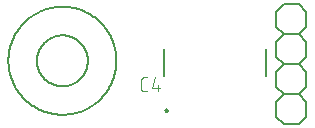
<source format=gbr>
G04 EAGLE Gerber RS-274X export*
G75*
%MOMM*%
%FSLAX34Y34*%
%LPD*%
%INSilkscreen Top*%
%IPPOS*%
%AMOC8*
5,1,8,0,0,1.08239X$1,22.5*%
G01*
%ADD10C,0.127000*%
%ADD11C,0.200000*%
%ADD12C,0.152400*%
%ADD13C,0.203200*%
%ADD14C,0.101600*%


D10*
X309950Y242300D02*
X309950Y265700D01*
X223450Y265700D02*
X223450Y242300D01*
D11*
X224700Y213500D02*
X224702Y213563D01*
X224708Y213625D01*
X224718Y213687D01*
X224731Y213749D01*
X224749Y213809D01*
X224770Y213868D01*
X224795Y213926D01*
X224824Y213982D01*
X224856Y214036D01*
X224891Y214088D01*
X224929Y214137D01*
X224971Y214185D01*
X225015Y214229D01*
X225063Y214271D01*
X225112Y214309D01*
X225164Y214344D01*
X225218Y214376D01*
X225274Y214405D01*
X225332Y214430D01*
X225391Y214451D01*
X225451Y214469D01*
X225513Y214482D01*
X225575Y214492D01*
X225637Y214498D01*
X225700Y214500D01*
X225763Y214498D01*
X225825Y214492D01*
X225887Y214482D01*
X225949Y214469D01*
X226009Y214451D01*
X226068Y214430D01*
X226126Y214405D01*
X226182Y214376D01*
X226236Y214344D01*
X226288Y214309D01*
X226337Y214271D01*
X226385Y214229D01*
X226429Y214185D01*
X226471Y214137D01*
X226509Y214088D01*
X226544Y214036D01*
X226576Y213982D01*
X226605Y213926D01*
X226630Y213868D01*
X226651Y213809D01*
X226669Y213749D01*
X226682Y213687D01*
X226692Y213625D01*
X226698Y213563D01*
X226700Y213500D01*
X226698Y213437D01*
X226692Y213375D01*
X226682Y213313D01*
X226669Y213251D01*
X226651Y213191D01*
X226630Y213132D01*
X226605Y213074D01*
X226576Y213018D01*
X226544Y212964D01*
X226509Y212912D01*
X226471Y212863D01*
X226429Y212815D01*
X226385Y212771D01*
X226337Y212729D01*
X226288Y212691D01*
X226236Y212656D01*
X226182Y212624D01*
X226126Y212595D01*
X226068Y212570D01*
X226009Y212549D01*
X225949Y212531D01*
X225887Y212518D01*
X225825Y212508D01*
X225763Y212502D01*
X225700Y212500D01*
X225637Y212502D01*
X225575Y212508D01*
X225513Y212518D01*
X225451Y212531D01*
X225391Y212549D01*
X225332Y212570D01*
X225274Y212595D01*
X225218Y212624D01*
X225164Y212656D01*
X225112Y212691D01*
X225063Y212729D01*
X225015Y212771D01*
X224971Y212815D01*
X224929Y212863D01*
X224891Y212912D01*
X224856Y212964D01*
X224824Y213018D01*
X224795Y213074D01*
X224770Y213132D01*
X224749Y213191D01*
X224731Y213251D01*
X224718Y213313D01*
X224708Y213375D01*
X224702Y213437D01*
X224700Y213500D01*
D12*
X337566Y252730D02*
X343916Y246380D01*
X343916Y233680D01*
X337566Y227330D01*
X324866Y227330D01*
X318516Y233680D01*
X318516Y246380D01*
X324866Y252730D01*
X343916Y284480D02*
X343916Y297180D01*
X343916Y284480D02*
X337566Y278130D01*
X324866Y278130D01*
X318516Y284480D01*
X337566Y278130D02*
X343916Y271780D01*
X343916Y259080D01*
X337566Y252730D01*
X324866Y252730D01*
X318516Y259080D01*
X318516Y271780D01*
X324866Y278130D01*
X324866Y303530D02*
X337566Y303530D01*
X343916Y297180D01*
X324866Y303530D02*
X318516Y297180D01*
X318516Y284480D01*
X343916Y220980D02*
X343916Y208280D01*
X337566Y201930D01*
X324866Y201930D01*
X318516Y208280D01*
X337566Y227330D02*
X343916Y220980D01*
X324866Y227330D02*
X318516Y220980D01*
X318516Y208280D01*
X91694Y255524D02*
X91708Y256646D01*
X91749Y257767D01*
X91818Y258887D01*
X91914Y260005D01*
X92038Y261121D01*
X92189Y262233D01*
X92367Y263340D01*
X92572Y264444D01*
X92805Y265541D01*
X93064Y266633D01*
X93350Y267718D01*
X93663Y268796D01*
X94002Y269866D01*
X94367Y270927D01*
X94758Y271978D01*
X95174Y273020D01*
X95616Y274052D01*
X96084Y275072D01*
X96576Y276080D01*
X97093Y277076D01*
X97634Y278059D01*
X98199Y279029D01*
X98787Y279984D01*
X99399Y280925D01*
X100034Y281850D01*
X100691Y282759D01*
X101371Y283652D01*
X102072Y284528D01*
X102794Y285387D01*
X103538Y286228D01*
X104301Y287050D01*
X105085Y287853D01*
X105888Y288637D01*
X106710Y289400D01*
X107551Y290144D01*
X108410Y290866D01*
X109286Y291567D01*
X110179Y292247D01*
X111088Y292904D01*
X112013Y293539D01*
X112954Y294151D01*
X113909Y294739D01*
X114879Y295304D01*
X115862Y295845D01*
X116858Y296362D01*
X117866Y296854D01*
X118886Y297322D01*
X119918Y297764D01*
X120960Y298180D01*
X122011Y298571D01*
X123072Y298936D01*
X124142Y299275D01*
X125220Y299588D01*
X126305Y299874D01*
X127397Y300133D01*
X128494Y300366D01*
X129598Y300571D01*
X130705Y300749D01*
X131817Y300900D01*
X132933Y301024D01*
X134051Y301120D01*
X135171Y301189D01*
X136292Y301230D01*
X137414Y301244D01*
X138536Y301230D01*
X139657Y301189D01*
X140777Y301120D01*
X141895Y301024D01*
X143011Y300900D01*
X144123Y300749D01*
X145230Y300571D01*
X146334Y300366D01*
X147431Y300133D01*
X148523Y299874D01*
X149608Y299588D01*
X150686Y299275D01*
X151756Y298936D01*
X152817Y298571D01*
X153868Y298180D01*
X154910Y297764D01*
X155942Y297322D01*
X156962Y296854D01*
X157970Y296362D01*
X158966Y295845D01*
X159949Y295304D01*
X160919Y294739D01*
X161874Y294151D01*
X162815Y293539D01*
X163740Y292904D01*
X164649Y292247D01*
X165542Y291567D01*
X166418Y290866D01*
X167277Y290144D01*
X168118Y289400D01*
X168940Y288637D01*
X169743Y287853D01*
X170527Y287050D01*
X171290Y286228D01*
X172034Y285387D01*
X172756Y284528D01*
X173457Y283652D01*
X174137Y282759D01*
X174794Y281850D01*
X175429Y280925D01*
X176041Y279984D01*
X176629Y279029D01*
X177194Y278059D01*
X177735Y277076D01*
X178252Y276080D01*
X178744Y275072D01*
X179212Y274052D01*
X179654Y273020D01*
X180070Y271978D01*
X180461Y270927D01*
X180826Y269866D01*
X181165Y268796D01*
X181478Y267718D01*
X181764Y266633D01*
X182023Y265541D01*
X182256Y264444D01*
X182461Y263340D01*
X182639Y262233D01*
X182790Y261121D01*
X182914Y260005D01*
X183010Y258887D01*
X183079Y257767D01*
X183120Y256646D01*
X183134Y255524D01*
X183120Y254402D01*
X183079Y253281D01*
X183010Y252161D01*
X182914Y251043D01*
X182790Y249927D01*
X182639Y248815D01*
X182461Y247708D01*
X182256Y246604D01*
X182023Y245507D01*
X181764Y244415D01*
X181478Y243330D01*
X181165Y242252D01*
X180826Y241182D01*
X180461Y240121D01*
X180070Y239070D01*
X179654Y238028D01*
X179212Y236996D01*
X178744Y235976D01*
X178252Y234968D01*
X177735Y233972D01*
X177194Y232989D01*
X176629Y232019D01*
X176041Y231064D01*
X175429Y230123D01*
X174794Y229198D01*
X174137Y228289D01*
X173457Y227396D01*
X172756Y226520D01*
X172034Y225661D01*
X171290Y224820D01*
X170527Y223998D01*
X169743Y223195D01*
X168940Y222411D01*
X168118Y221648D01*
X167277Y220904D01*
X166418Y220182D01*
X165542Y219481D01*
X164649Y218801D01*
X163740Y218144D01*
X162815Y217509D01*
X161874Y216897D01*
X160919Y216309D01*
X159949Y215744D01*
X158966Y215203D01*
X157970Y214686D01*
X156962Y214194D01*
X155942Y213726D01*
X154910Y213284D01*
X153868Y212868D01*
X152817Y212477D01*
X151756Y212112D01*
X150686Y211773D01*
X149608Y211460D01*
X148523Y211174D01*
X147431Y210915D01*
X146334Y210682D01*
X145230Y210477D01*
X144123Y210299D01*
X143011Y210148D01*
X141895Y210024D01*
X140777Y209928D01*
X139657Y209859D01*
X138536Y209818D01*
X137414Y209804D01*
X136292Y209818D01*
X135171Y209859D01*
X134051Y209928D01*
X132933Y210024D01*
X131817Y210148D01*
X130705Y210299D01*
X129598Y210477D01*
X128494Y210682D01*
X127397Y210915D01*
X126305Y211174D01*
X125220Y211460D01*
X124142Y211773D01*
X123072Y212112D01*
X122011Y212477D01*
X120960Y212868D01*
X119918Y213284D01*
X118886Y213726D01*
X117866Y214194D01*
X116858Y214686D01*
X115862Y215203D01*
X114879Y215744D01*
X113909Y216309D01*
X112954Y216897D01*
X112013Y217509D01*
X111088Y218144D01*
X110179Y218801D01*
X109286Y219481D01*
X108410Y220182D01*
X107551Y220904D01*
X106710Y221648D01*
X105888Y222411D01*
X105085Y223195D01*
X104301Y223998D01*
X103538Y224820D01*
X102794Y225661D01*
X102072Y226520D01*
X101371Y227396D01*
X100691Y228289D01*
X100034Y229198D01*
X99399Y230123D01*
X98787Y231064D01*
X98199Y232019D01*
X97634Y232989D01*
X97093Y233972D01*
X96576Y234968D01*
X96084Y235976D01*
X95616Y236996D01*
X95174Y238028D01*
X94758Y239070D01*
X94367Y240121D01*
X94002Y241182D01*
X93663Y242252D01*
X93350Y243330D01*
X93064Y244415D01*
X92805Y245507D01*
X92572Y246604D01*
X92367Y247708D01*
X92189Y248815D01*
X92038Y249927D01*
X91914Y251043D01*
X91818Y252161D01*
X91749Y253281D01*
X91708Y254402D01*
X91694Y255524D01*
D13*
X115914Y255524D02*
X115920Y256052D01*
X115940Y256579D01*
X115972Y257106D01*
X116018Y257631D01*
X116076Y258156D01*
X116147Y258679D01*
X116231Y259200D01*
X116327Y259718D01*
X116436Y260235D01*
X116558Y260748D01*
X116693Y261258D01*
X116840Y261765D01*
X116999Y262268D01*
X117171Y262767D01*
X117355Y263262D01*
X117551Y263752D01*
X117758Y264237D01*
X117978Y264716D01*
X118210Y265191D01*
X118453Y265659D01*
X118707Y266121D01*
X118973Y266577D01*
X119250Y267026D01*
X119537Y267469D01*
X119836Y267904D01*
X120145Y268332D01*
X120465Y268751D01*
X120794Y269163D01*
X121134Y269567D01*
X121484Y269963D01*
X121843Y270349D01*
X122211Y270727D01*
X122589Y271095D01*
X122975Y271454D01*
X123371Y271804D01*
X123775Y272144D01*
X124187Y272473D01*
X124606Y272793D01*
X125034Y273102D01*
X125469Y273401D01*
X125912Y273688D01*
X126361Y273965D01*
X126817Y274231D01*
X127279Y274485D01*
X127747Y274728D01*
X128222Y274960D01*
X128701Y275180D01*
X129186Y275387D01*
X129676Y275583D01*
X130171Y275767D01*
X130670Y275939D01*
X131173Y276098D01*
X131680Y276245D01*
X132190Y276380D01*
X132703Y276502D01*
X133220Y276611D01*
X133738Y276707D01*
X134259Y276791D01*
X134782Y276862D01*
X135307Y276920D01*
X135832Y276966D01*
X136359Y276998D01*
X136886Y277018D01*
X137414Y277024D01*
X137942Y277018D01*
X138469Y276998D01*
X138996Y276966D01*
X139521Y276920D01*
X140046Y276862D01*
X140569Y276791D01*
X141090Y276707D01*
X141608Y276611D01*
X142125Y276502D01*
X142638Y276380D01*
X143148Y276245D01*
X143655Y276098D01*
X144158Y275939D01*
X144657Y275767D01*
X145152Y275583D01*
X145642Y275387D01*
X146127Y275180D01*
X146606Y274960D01*
X147081Y274728D01*
X147549Y274485D01*
X148011Y274231D01*
X148467Y273965D01*
X148916Y273688D01*
X149359Y273401D01*
X149794Y273102D01*
X150222Y272793D01*
X150641Y272473D01*
X151053Y272144D01*
X151457Y271804D01*
X151853Y271454D01*
X152239Y271095D01*
X152617Y270727D01*
X152985Y270349D01*
X153344Y269963D01*
X153694Y269567D01*
X154034Y269163D01*
X154363Y268751D01*
X154683Y268332D01*
X154992Y267904D01*
X155291Y267469D01*
X155578Y267026D01*
X155855Y266577D01*
X156121Y266121D01*
X156375Y265659D01*
X156618Y265191D01*
X156850Y264716D01*
X157070Y264237D01*
X157277Y263752D01*
X157473Y263262D01*
X157657Y262767D01*
X157829Y262268D01*
X157988Y261765D01*
X158135Y261258D01*
X158270Y260748D01*
X158392Y260235D01*
X158501Y259718D01*
X158597Y259200D01*
X158681Y258679D01*
X158752Y258156D01*
X158810Y257631D01*
X158856Y257106D01*
X158888Y256579D01*
X158908Y256052D01*
X158914Y255524D01*
X158908Y254996D01*
X158888Y254469D01*
X158856Y253942D01*
X158810Y253417D01*
X158752Y252892D01*
X158681Y252369D01*
X158597Y251848D01*
X158501Y251330D01*
X158392Y250813D01*
X158270Y250300D01*
X158135Y249790D01*
X157988Y249283D01*
X157829Y248780D01*
X157657Y248281D01*
X157473Y247786D01*
X157277Y247296D01*
X157070Y246811D01*
X156850Y246332D01*
X156618Y245857D01*
X156375Y245389D01*
X156121Y244927D01*
X155855Y244471D01*
X155578Y244022D01*
X155291Y243579D01*
X154992Y243144D01*
X154683Y242716D01*
X154363Y242297D01*
X154034Y241885D01*
X153694Y241481D01*
X153344Y241085D01*
X152985Y240699D01*
X152617Y240321D01*
X152239Y239953D01*
X151853Y239594D01*
X151457Y239244D01*
X151053Y238904D01*
X150641Y238575D01*
X150222Y238255D01*
X149794Y237946D01*
X149359Y237647D01*
X148916Y237360D01*
X148467Y237083D01*
X148011Y236817D01*
X147549Y236563D01*
X147081Y236320D01*
X146606Y236088D01*
X146127Y235868D01*
X145642Y235661D01*
X145152Y235465D01*
X144657Y235281D01*
X144158Y235109D01*
X143655Y234950D01*
X143148Y234803D01*
X142638Y234668D01*
X142125Y234546D01*
X141608Y234437D01*
X141090Y234341D01*
X140569Y234257D01*
X140046Y234186D01*
X139521Y234128D01*
X138996Y234082D01*
X138469Y234050D01*
X137942Y234030D01*
X137414Y234024D01*
X136886Y234030D01*
X136359Y234050D01*
X135832Y234082D01*
X135307Y234128D01*
X134782Y234186D01*
X134259Y234257D01*
X133738Y234341D01*
X133220Y234437D01*
X132703Y234546D01*
X132190Y234668D01*
X131680Y234803D01*
X131173Y234950D01*
X130670Y235109D01*
X130171Y235281D01*
X129676Y235465D01*
X129186Y235661D01*
X128701Y235868D01*
X128222Y236088D01*
X127747Y236320D01*
X127279Y236563D01*
X126817Y236817D01*
X126361Y237083D01*
X125912Y237360D01*
X125469Y237647D01*
X125034Y237946D01*
X124606Y238255D01*
X124187Y238575D01*
X123775Y238904D01*
X123371Y239244D01*
X122975Y239594D01*
X122589Y239953D01*
X122211Y240321D01*
X121843Y240699D01*
X121484Y241085D01*
X121134Y241481D01*
X120794Y241885D01*
X120465Y242297D01*
X120145Y242716D01*
X119836Y243144D01*
X119537Y243579D01*
X119250Y244022D01*
X118973Y244471D01*
X118707Y244927D01*
X118453Y245389D01*
X118210Y245857D01*
X117978Y246332D01*
X117758Y246811D01*
X117551Y247296D01*
X117355Y247786D01*
X117171Y248281D01*
X116999Y248780D01*
X116840Y249283D01*
X116693Y249790D01*
X116558Y250300D01*
X116436Y250813D01*
X116327Y251330D01*
X116231Y251848D01*
X116147Y252369D01*
X116076Y252892D01*
X116018Y253417D01*
X115972Y253942D01*
X115940Y254469D01*
X115920Y254996D01*
X115914Y255524D01*
D14*
X206558Y229870D02*
X209155Y229870D01*
X206558Y229870D02*
X206459Y229872D01*
X206359Y229878D01*
X206260Y229887D01*
X206162Y229900D01*
X206064Y229917D01*
X205966Y229938D01*
X205870Y229963D01*
X205775Y229991D01*
X205681Y230023D01*
X205588Y230058D01*
X205496Y230097D01*
X205406Y230140D01*
X205318Y230185D01*
X205231Y230235D01*
X205147Y230287D01*
X205064Y230343D01*
X204984Y230401D01*
X204906Y230463D01*
X204831Y230528D01*
X204758Y230596D01*
X204688Y230666D01*
X204620Y230739D01*
X204555Y230814D01*
X204493Y230892D01*
X204435Y230972D01*
X204379Y231055D01*
X204327Y231139D01*
X204277Y231226D01*
X204232Y231314D01*
X204189Y231404D01*
X204150Y231496D01*
X204115Y231589D01*
X204083Y231683D01*
X204055Y231778D01*
X204030Y231874D01*
X204009Y231972D01*
X203992Y232070D01*
X203979Y232168D01*
X203970Y232267D01*
X203964Y232367D01*
X203962Y232466D01*
X203962Y238958D01*
X203964Y239057D01*
X203970Y239157D01*
X203979Y239256D01*
X203992Y239354D01*
X204009Y239452D01*
X204030Y239550D01*
X204055Y239646D01*
X204083Y239741D01*
X204115Y239835D01*
X204150Y239928D01*
X204189Y240020D01*
X204232Y240110D01*
X204277Y240198D01*
X204327Y240285D01*
X204379Y240369D01*
X204435Y240452D01*
X204493Y240532D01*
X204555Y240610D01*
X204620Y240685D01*
X204688Y240758D01*
X204758Y240828D01*
X204831Y240896D01*
X204906Y240961D01*
X204984Y241023D01*
X205064Y241081D01*
X205147Y241137D01*
X205231Y241189D01*
X205318Y241239D01*
X205406Y241284D01*
X205496Y241327D01*
X205588Y241366D01*
X205680Y241401D01*
X205775Y241433D01*
X205870Y241461D01*
X205966Y241486D01*
X206064Y241507D01*
X206162Y241524D01*
X206260Y241537D01*
X206359Y241546D01*
X206459Y241552D01*
X206558Y241554D01*
X209155Y241554D01*
X216117Y241554D02*
X213520Y232466D01*
X220011Y232466D01*
X218064Y235063D02*
X218064Y229870D01*
M02*

</source>
